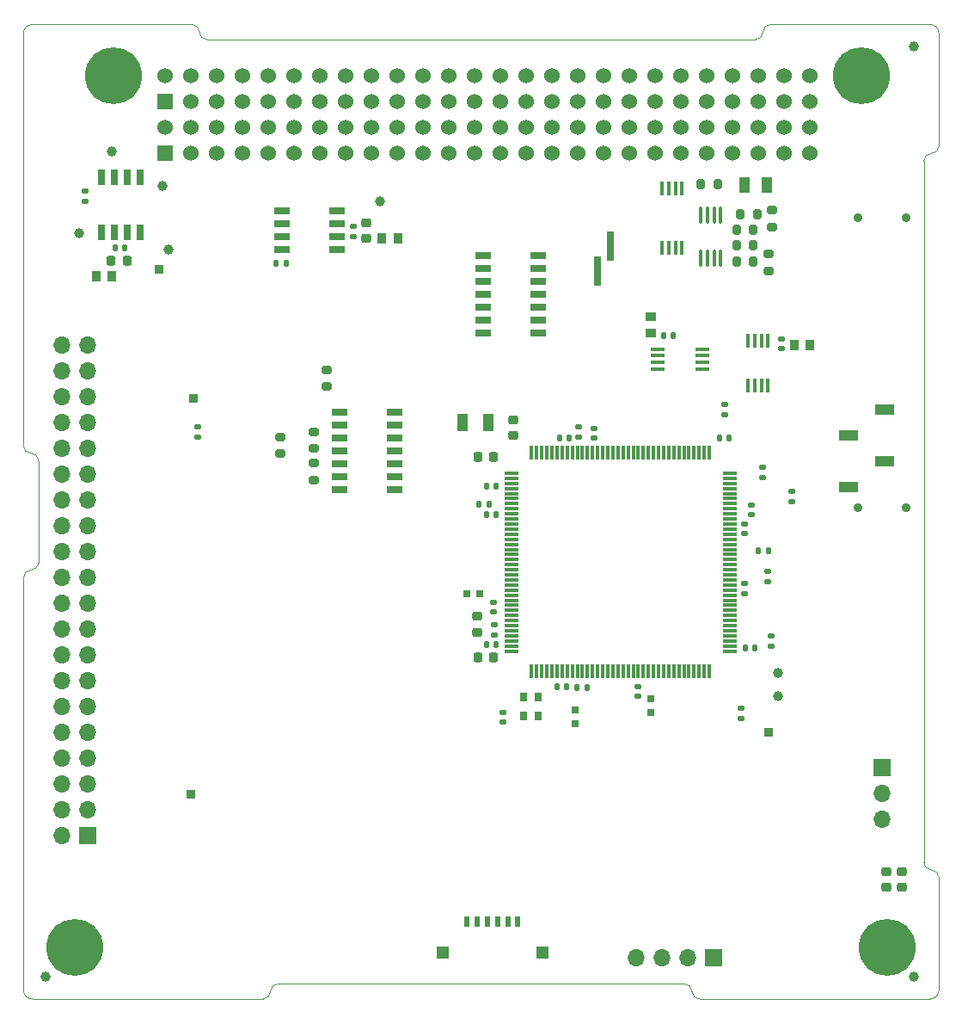
<source format=gbs>
%TF.GenerationSoftware,KiCad,Pcbnew,8.0.3*%
%TF.CreationDate,2024-07-05T11:37:29+03:00*%
%TF.ProjectId,obc-adcs-board,6f62632d-6164-4637-932d-626f6172642e,rev?*%
%TF.SameCoordinates,PX3e2df80PY83e4a60*%
%TF.FileFunction,Soldermask,Bot*%
%TF.FilePolarity,Negative*%
%FSLAX46Y46*%
G04 Gerber Fmt 4.6, Leading zero omitted, Abs format (unit mm)*
G04 Created by KiCad (PCBNEW 8.0.3) date 2024-07-05 11:37:29*
%MOMM*%
%LPD*%
G01*
G04 APERTURE LIST*
G04 Aperture macros list*
%AMRoundRect*
0 Rectangle with rounded corners*
0 $1 Rounding radius*
0 $2 $3 $4 $5 $6 $7 $8 $9 X,Y pos of 4 corners*
0 Add a 4 corners polygon primitive as box body*
4,1,4,$2,$3,$4,$5,$6,$7,$8,$9,$2,$3,0*
0 Add four circle primitives for the rounded corners*
1,1,$1+$1,$2,$3*
1,1,$1+$1,$4,$5*
1,1,$1+$1,$6,$7*
1,1,$1+$1,$8,$9*
0 Add four rect primitives between the rounded corners*
20,1,$1+$1,$2,$3,$4,$5,0*
20,1,$1+$1,$4,$5,$6,$7,0*
20,1,$1+$1,$6,$7,$8,$9,0*
20,1,$1+$1,$8,$9,$2,$3,0*%
G04 Aperture macros list end*
%ADD10C,5.600000*%
%ADD11R,1.700000X1.700000*%
%ADD12O,1.700000X1.700000*%
%ADD13R,0.850000X0.850000*%
%ADD14C,0.900000*%
%ADD15R,1.530000X1.530000*%
%ADD16C,1.530000*%
%ADD17R,0.450000X1.475000*%
%ADD18RoundRect,0.135000X-0.185000X0.135000X-0.185000X-0.135000X0.185000X-0.135000X0.185000X0.135000X0*%
%ADD19C,1.000000*%
%ADD20R,1.475000X0.300000*%
%ADD21R,0.300000X1.475000*%
%ADD22RoundRect,0.200000X-0.200000X-0.275000X0.200000X-0.275000X0.200000X0.275000X-0.200000X0.275000X0*%
%ADD23RoundRect,0.140000X0.170000X-0.140000X0.170000X0.140000X-0.170000X0.140000X-0.170000X-0.140000X0*%
%ADD24RoundRect,0.135000X0.185000X-0.135000X0.185000X0.135000X-0.185000X0.135000X-0.185000X-0.135000X0*%
%ADD25R,0.550000X1.000000*%
%ADD26R,1.260000X1.300000*%
%ADD27RoundRect,0.225000X0.225000X0.250000X-0.225000X0.250000X-0.225000X-0.250000X0.225000X-0.250000X0*%
%ADD28R,1.525000X0.650000*%
%ADD29RoundRect,0.200000X0.200000X0.275000X-0.200000X0.275000X-0.200000X-0.275000X0.200000X-0.275000X0*%
%ADD30RoundRect,0.140000X-0.170000X0.140000X-0.170000X-0.140000X0.170000X-0.140000X0.170000X0.140000X0*%
%ADD31R,0.650000X1.528000*%
%ADD32R,1.400000X0.450000*%
%ADD33RoundRect,0.100000X-0.100000X0.712500X-0.100000X-0.712500X0.100000X-0.712500X0.100000X0.712500X0*%
%ADD34RoundRect,0.225000X0.250000X-0.225000X0.250000X0.225000X-0.250000X0.225000X-0.250000X-0.225000X0*%
%ADD35RoundRect,0.140000X-0.140000X-0.170000X0.140000X-0.170000X0.140000X0.170000X-0.140000X0.170000X0*%
%ADD36RoundRect,0.225000X-0.250000X0.225000X-0.250000X-0.225000X0.250000X-0.225000X0.250000X0.225000X0*%
%ADD37RoundRect,0.200000X0.275000X-0.200000X0.275000X0.200000X-0.275000X0.200000X-0.275000X-0.200000X0*%
%ADD38R,1.000000X1.800000*%
%ADD39RoundRect,0.140000X0.140000X0.170000X-0.140000X0.170000X-0.140000X-0.170000X0.140000X-0.170000X0*%
%ADD40R,1.905000X1.020000*%
%ADD41R,0.940000X1.010000*%
%ADD42R,0.940000X1.020000*%
%ADD43R,0.450000X1.400000*%
%ADD44R,0.740000X2.870000*%
%ADD45R,1.010000X0.940000*%
%ADD46RoundRect,0.225000X-0.225000X-0.250000X0.225000X-0.250000X0.225000X0.250000X-0.225000X0.250000X0*%
%ADD47R,0.700000X0.650000*%
%ADD48R,0.650000X0.700000*%
%ADD49R,1.000000X1.500000*%
%ADD50RoundRect,0.135000X-0.135000X-0.185000X0.135000X-0.185000X0.135000X0.185000X-0.135000X0.185000X0*%
%ADD51RoundRect,0.200000X-0.275000X0.200000X-0.275000X-0.200000X0.275000X-0.200000X0.275000X0.200000X0*%
%ADD52RoundRect,0.135000X0.135000X0.185000X-0.135000X0.185000X-0.135000X-0.185000X0.135000X-0.185000X0*%
%ADD53R,1.528000X0.650000*%
%ADD54R,0.800000X0.900000*%
%TA.AperFunction,Profile*%
%ADD55C,0.100000*%
%TD*%
G04 APERTURE END LIST*
D10*
%TO.C,H4*%
X82630000Y90930000D03*
%TD*%
D11*
%TO.C,J7*%
X68100000Y4175000D03*
D12*
X65560000Y4175000D03*
X63020000Y4175000D03*
X60480000Y4175000D03*
%TD*%
D10*
%TO.C,H1*%
X5180000Y5190000D03*
%TD*%
D11*
%TO.C,J4*%
X84625000Y22875000D03*
D12*
X84625000Y20335000D03*
X84625000Y17795000D03*
%TD*%
D10*
%TO.C,H3*%
X85170000Y5210000D03*
%TD*%
D13*
%TO.C,J27*%
X16600000Y20225000D03*
%TD*%
D10*
%TO.C,H2*%
X8990000Y90930000D03*
%TD*%
D14*
%TO.C,J17*%
X82275000Y48475000D03*
X87025000Y48475000D03*
X82275000Y76975000D03*
X87025000Y76975000D03*
%TD*%
D13*
%TO.C,J29*%
X16875000Y59250000D03*
%TD*%
D11*
%TO.C,J6*%
X6450000Y16175000D03*
D12*
X3910000Y16175000D03*
X6450000Y18715000D03*
X3910000Y18715000D03*
X6450000Y21255000D03*
X3910000Y21255000D03*
X6450000Y23795000D03*
X3910000Y23795000D03*
X6450000Y26335000D03*
X3910000Y26335000D03*
X6450000Y28875000D03*
X3910000Y28875000D03*
X6450000Y31415000D03*
X3910000Y31415000D03*
X6450000Y33955000D03*
X3910000Y33955000D03*
X6450000Y36495000D03*
X3910000Y36495000D03*
X6450000Y39035000D03*
X3910000Y39035000D03*
X6450000Y41575000D03*
X3910000Y41575000D03*
X6450000Y44115000D03*
X3910000Y44115000D03*
X6450000Y46655000D03*
X3910000Y46655000D03*
X6450000Y49195000D03*
X3910000Y49195000D03*
X6450000Y51735000D03*
X3910000Y51735000D03*
X6450000Y54275000D03*
X3910000Y54275000D03*
X6450000Y56815000D03*
X3910000Y56815000D03*
X6450000Y59355000D03*
X3910000Y59355000D03*
X6450000Y61895000D03*
X3910000Y61895000D03*
X6450000Y64435000D03*
X3910000Y64435000D03*
%TD*%
D15*
%TO.C,J1*%
X14048000Y83309000D03*
D16*
X14048000Y85849000D03*
X16588000Y83309000D03*
X16588000Y85849000D03*
X19128000Y83309000D03*
X19128000Y85849000D03*
X21668000Y83309000D03*
X21668000Y85849000D03*
X24208000Y83309000D03*
X24208000Y85849000D03*
X26748000Y83309000D03*
X26748000Y85849000D03*
X29288000Y83309000D03*
X29288000Y85849000D03*
X31828000Y83309000D03*
X31828000Y85849000D03*
X34368000Y83309000D03*
X34368000Y85849000D03*
X36908000Y83309000D03*
X36908000Y85849000D03*
X39448000Y83309000D03*
X39448000Y85849000D03*
X41988000Y83309000D03*
X41988000Y85849000D03*
X44528000Y83309000D03*
X44528000Y85849000D03*
X47068000Y83309000D03*
X47068000Y85849000D03*
X49608000Y83309000D03*
X49608000Y85849000D03*
X52148000Y83309000D03*
X52148000Y85849000D03*
X54688000Y83309000D03*
X54688000Y85849000D03*
X57228000Y83309000D03*
X57228000Y85849000D03*
X59768000Y83309000D03*
X59768000Y85849000D03*
X62308000Y83309000D03*
X62308000Y85849000D03*
X64848000Y83309000D03*
X64848000Y85849000D03*
X67388000Y83309000D03*
X67388000Y85849000D03*
X69928000Y83309000D03*
X69928000Y85849000D03*
X72468000Y83309000D03*
X72468000Y85849000D03*
X75008000Y83309000D03*
X75008000Y85849000D03*
X77548000Y83309000D03*
X77548000Y85849000D03*
%TD*%
D13*
%TO.C,J28*%
X13450000Y71900000D03*
%TD*%
D15*
%TO.C,J5*%
X14048000Y88389000D03*
D16*
X14048000Y90929000D03*
X16588000Y88389000D03*
X16588000Y90929000D03*
X19128000Y88389000D03*
X19128000Y90929000D03*
X21668000Y88389000D03*
X21668000Y90929000D03*
X24208000Y88389000D03*
X24208000Y90929000D03*
X26748000Y88389000D03*
X26748000Y90929000D03*
X29288000Y88389000D03*
X29288000Y90929000D03*
X31828000Y88389000D03*
X31828000Y90929000D03*
X34368000Y88389000D03*
X34368000Y90929000D03*
X36908000Y88389000D03*
X36908000Y90929000D03*
X39448000Y88389000D03*
X39448000Y90929000D03*
X41988000Y88389000D03*
X41988000Y90929000D03*
X44528000Y88389000D03*
X44528000Y90929000D03*
X47068000Y88389000D03*
X47068000Y90929000D03*
X49608000Y88389000D03*
X49608000Y90929000D03*
X52148000Y88389000D03*
X52148000Y90929000D03*
X54688000Y88389000D03*
X54688000Y90929000D03*
X57228000Y88389000D03*
X57228000Y90929000D03*
X59768000Y88389000D03*
X59768000Y90929000D03*
X62308000Y88389000D03*
X62308000Y90929000D03*
X64848000Y88389000D03*
X64848000Y90929000D03*
X67388000Y88389000D03*
X67388000Y90929000D03*
X69928000Y88389000D03*
X69928000Y90929000D03*
X72468000Y88389000D03*
X72468000Y90929000D03*
X75008000Y88389000D03*
X75008000Y90929000D03*
X77548000Y88389000D03*
X77548000Y90929000D03*
%TD*%
D17*
%TO.C,Q2*%
X63025000Y79888000D03*
X63675000Y79888000D03*
X64325000Y79888000D03*
X64975000Y79888000D03*
X64975000Y74012000D03*
X64325000Y74012000D03*
X63675000Y74012000D03*
X63025000Y74012000D03*
%TD*%
D18*
%TO.C,R9*%
X70800000Y28770000D03*
X70800000Y27750000D03*
%TD*%
D19*
%TO.C,TP53*%
X5620000Y75500000D03*
%TD*%
D20*
%TO.C,U14*%
X48162000Y34350000D03*
X48162000Y34850000D03*
X48162000Y35350000D03*
X48162000Y35850000D03*
X48162000Y36350000D03*
X48162000Y36850000D03*
X48162000Y37350000D03*
X48162000Y37850000D03*
X48162000Y38350000D03*
X48162000Y38850000D03*
X48162000Y39350000D03*
X48162000Y39850000D03*
X48162000Y40350000D03*
X48162000Y40850000D03*
X48162000Y41350000D03*
X48162000Y41850000D03*
X48162000Y42350000D03*
X48162000Y42850000D03*
X48162000Y43350000D03*
X48162000Y43850000D03*
X48162000Y44350000D03*
X48162000Y44850000D03*
X48162000Y45350000D03*
X48162000Y45850000D03*
X48162000Y46350000D03*
X48162000Y46850000D03*
X48162000Y47350000D03*
X48162000Y47850000D03*
X48162000Y48350000D03*
X48162000Y48850000D03*
X48162000Y49350000D03*
X48162000Y49850000D03*
X48162000Y50350000D03*
X48162000Y50850000D03*
X48162000Y51350000D03*
X48162000Y51850000D03*
D21*
X50150000Y53838000D03*
X50650000Y53838000D03*
X51150000Y53838000D03*
X51650000Y53838000D03*
X52150000Y53838000D03*
X52650000Y53838000D03*
X53150000Y53838000D03*
X53650000Y53838000D03*
X54150000Y53838000D03*
X54650000Y53838000D03*
X55150000Y53838000D03*
X55650000Y53838000D03*
X56150000Y53838000D03*
X56650000Y53838000D03*
X57150000Y53838000D03*
X57650000Y53838000D03*
X58150000Y53838000D03*
X58650000Y53838000D03*
X59150000Y53838000D03*
X59650000Y53838000D03*
X60150000Y53838000D03*
X60650000Y53838000D03*
X61150000Y53838000D03*
X61650000Y53838000D03*
X62150000Y53838000D03*
X62650000Y53838000D03*
X63150000Y53838000D03*
X63650000Y53838000D03*
X64150000Y53838000D03*
X64650000Y53838000D03*
X65150000Y53838000D03*
X65650000Y53838000D03*
X66150000Y53838000D03*
X66650000Y53838000D03*
X67150000Y53838000D03*
X67650000Y53838000D03*
D20*
X69638000Y51850000D03*
X69638000Y51350000D03*
X69638000Y50850000D03*
X69638000Y50350000D03*
X69638000Y49850000D03*
X69638000Y49350000D03*
X69638000Y48850000D03*
X69638000Y48350000D03*
X69638000Y47850000D03*
X69638000Y47350000D03*
X69638000Y46850000D03*
X69638000Y46350000D03*
X69638000Y45850000D03*
X69638000Y45350000D03*
X69638000Y44850000D03*
X69638000Y44350000D03*
X69638000Y43850000D03*
X69638000Y43350000D03*
X69638000Y42850000D03*
X69638000Y42350000D03*
X69638000Y41850000D03*
X69638000Y41350000D03*
X69638000Y40850000D03*
X69638000Y40350000D03*
X69638000Y39850000D03*
X69638000Y39350000D03*
X69638000Y38850000D03*
X69638000Y38350000D03*
X69638000Y37850000D03*
X69638000Y37350000D03*
X69638000Y36850000D03*
X69638000Y36350000D03*
X69638000Y35850000D03*
X69638000Y35350000D03*
X69638000Y34850000D03*
X69638000Y34350000D03*
D21*
X67650000Y32362000D03*
X67150000Y32362000D03*
X66650000Y32362000D03*
X66150000Y32362000D03*
X65650000Y32362000D03*
X65150000Y32362000D03*
X64650000Y32362000D03*
X64150000Y32362000D03*
X63650000Y32362000D03*
X63150000Y32362000D03*
X62650000Y32362000D03*
X62150000Y32362000D03*
X61650000Y32362000D03*
X61150000Y32362000D03*
X60650000Y32362000D03*
X60150000Y32362000D03*
X59650000Y32362000D03*
X59150000Y32362000D03*
X58650000Y32362000D03*
X58150000Y32362000D03*
X57650000Y32362000D03*
X57150000Y32362000D03*
X56650000Y32362000D03*
X56150000Y32362000D03*
X55650000Y32362000D03*
X55150000Y32362000D03*
X54650000Y32362000D03*
X54150000Y32362000D03*
X53650000Y32362000D03*
X53150000Y32362000D03*
X52650000Y32362000D03*
X52150000Y32362000D03*
X51650000Y32362000D03*
X51150000Y32362000D03*
X50650000Y32362000D03*
X50150000Y32362000D03*
%TD*%
D22*
%TO.C,R32*%
X70325000Y75800000D03*
X71975000Y75800000D03*
%TD*%
D23*
%TO.C,C35*%
X56300000Y55320000D03*
X56300000Y56280000D03*
%TD*%
D13*
%TO.C,J30*%
X73525000Y26350000D03*
%TD*%
D24*
%TO.C,R23*%
X75800000Y49015000D03*
X75800000Y50035000D03*
%TD*%
D25*
%TO.C,J20*%
X48800000Y7715000D03*
X47800000Y7715000D03*
X46800000Y7715000D03*
X45800000Y7715000D03*
X44800000Y7715000D03*
X43800000Y7715000D03*
D26*
X51175000Y4725000D03*
X41425000Y4725000D03*
%TD*%
D27*
%TO.C,C21*%
X46425000Y53438000D03*
X44875000Y53438000D03*
%TD*%
D28*
%TO.C,IC8*%
X36637000Y57885000D03*
X36637000Y56615000D03*
X36637000Y55345000D03*
X36637000Y54075000D03*
X36637000Y52805000D03*
X36637000Y51535000D03*
X36637000Y50265000D03*
X31213000Y50265000D03*
X31213000Y51535000D03*
X31213000Y52805000D03*
X31213000Y54075000D03*
X31213000Y55345000D03*
X31213000Y56615000D03*
X31213000Y57885000D03*
%TD*%
D29*
%TO.C,R30*%
X72375000Y77350000D03*
X70725000Y77350000D03*
%TD*%
D24*
%TO.C,R123*%
X6200000Y78590000D03*
X6200000Y79610000D03*
%TD*%
D28*
%TO.C,IC9*%
X50812000Y73235000D03*
X50812000Y71965000D03*
X50812000Y70695000D03*
X50812000Y69425000D03*
X50812000Y68155000D03*
X50812000Y66885000D03*
X50812000Y65615000D03*
X45388000Y65615000D03*
X45388000Y66885000D03*
X45388000Y68155000D03*
X45388000Y69425000D03*
X45388000Y70695000D03*
X45388000Y71965000D03*
X45388000Y73235000D03*
%TD*%
D30*
%TO.C,C19*%
X74750000Y65080000D03*
X74750000Y64120000D03*
%TD*%
D29*
%TO.C,R31*%
X71975000Y72700000D03*
X70325000Y72700000D03*
%TD*%
D27*
%TO.C,C38*%
X46375000Y33750000D03*
X44825000Y33750000D03*
%TD*%
D18*
%TO.C,R10*%
X73710000Y35850000D03*
X73710000Y34830000D03*
%TD*%
D31*
%TO.C,U11*%
X11605000Y75549000D03*
X10335000Y75549000D03*
X9065000Y75549000D03*
X7795000Y75549000D03*
X7795000Y80971000D03*
X9065000Y80971000D03*
X10335000Y80971000D03*
X11605000Y80971000D03*
%TD*%
D32*
%TO.C,U13*%
X67000000Y64075000D03*
X67000000Y63425000D03*
X67000000Y62775000D03*
X67000000Y62125000D03*
X62600000Y62125000D03*
X62600000Y62775000D03*
X62600000Y63425000D03*
X62600000Y64075000D03*
%TD*%
D33*
%TO.C,U15*%
X66825000Y77212500D03*
X67475000Y77212500D03*
X68125000Y77212500D03*
X68775000Y77212500D03*
X68775000Y72987500D03*
X68125000Y72987500D03*
X67475000Y72987500D03*
X66825000Y72987500D03*
%TD*%
D30*
%TO.C,C33*%
X60625000Y30880000D03*
X60625000Y29920000D03*
%TD*%
D34*
%TO.C,C24*%
X48300000Y55575000D03*
X48300000Y57125000D03*
%TD*%
D23*
%TO.C,C40*%
X71150000Y40020000D03*
X71150000Y40980000D03*
%TD*%
D35*
%TO.C,C20*%
X63120000Y65400000D03*
X64080000Y65400000D03*
%TD*%
D30*
%TO.C,C26*%
X46400000Y39180000D03*
X46400000Y38220000D03*
%TD*%
D19*
%TO.C,TP52*%
X35200000Y78600000D03*
%TD*%
D36*
%TO.C,C30*%
X44750000Y37775000D03*
X44750000Y36225000D03*
%TD*%
D37*
%TO.C,R8*%
X30000000Y60375000D03*
X30000000Y62025000D03*
%TD*%
D35*
%TO.C,C18*%
X9150000Y74020000D03*
X10110000Y74020000D03*
%TD*%
D24*
%TO.C,R20*%
X73400000Y41140000D03*
X73400000Y42160000D03*
%TD*%
D34*
%TO.C,C101*%
X86600000Y11125000D03*
X86600000Y12675000D03*
%TD*%
D19*
%TO.C,FID2*%
X2300000Y2300000D03*
%TD*%
D35*
%TO.C,C41*%
X71170000Y34650000D03*
X72130000Y34650000D03*
%TD*%
D38*
%TO.C,Y1*%
X43350000Y56800000D03*
X45850000Y56800000D03*
%TD*%
D34*
%TO.C,C92*%
X33900000Y74925000D03*
X33900000Y76475000D03*
%TD*%
D19*
%TO.C,TP30*%
X74400000Y32200000D03*
%TD*%
D30*
%TO.C,C91*%
X47350000Y28330000D03*
X47350000Y27370000D03*
%TD*%
D39*
%TO.C,C28*%
X45940000Y48810000D03*
X44980000Y48810000D03*
%TD*%
D40*
%TO.C,J18*%
X84878000Y58110000D03*
X81322000Y55570000D03*
X84878000Y53030000D03*
X81322000Y50490000D03*
%TD*%
D41*
%TO.C,F8*%
X77590000Y64450000D03*
X76010000Y64450000D03*
%TD*%
D42*
%TO.C,F7*%
X7260000Y71200000D03*
X8840000Y71200000D03*
%TD*%
D35*
%TO.C,C23*%
X52670000Y30825000D03*
X53630000Y30825000D03*
%TD*%
D43*
%TO.C,U12*%
X73425000Y60450000D03*
X72775000Y60450000D03*
X72125000Y60450000D03*
X71475000Y60450000D03*
X71475000Y64850000D03*
X72125000Y64850000D03*
X72775000Y64850000D03*
X73425000Y64850000D03*
%TD*%
D37*
%TO.C,R16*%
X28700000Y54275000D03*
X28700000Y55925000D03*
%TD*%
D44*
%TO.C,J24*%
X57895000Y74205000D03*
X56625000Y71745000D03*
%TD*%
D35*
%TO.C,C31*%
X52870000Y55350000D03*
X53830000Y55350000D03*
%TD*%
D24*
%TO.C,R24*%
X72850000Y51440000D03*
X72850000Y52460000D03*
%TD*%
D34*
%TO.C,C99*%
X85100000Y11125000D03*
X85100000Y12675000D03*
%TD*%
D45*
%TO.C,F9*%
X61850000Y67240000D03*
X61850000Y65660000D03*
%TD*%
D37*
%TO.C,R29*%
X73450000Y71775000D03*
X73450000Y73425000D03*
%TD*%
D19*
%TO.C,TP13*%
X74400000Y29900000D03*
%TD*%
D30*
%TO.C,C37*%
X71150000Y46880000D03*
X71150000Y45920000D03*
%TD*%
D46*
%TO.C,C94*%
X8755000Y72770000D03*
X10305000Y72770000D03*
%TD*%
D47*
%TO.C,FL3*%
X61900000Y28325000D03*
X61900000Y29675000D03*
%TD*%
D48*
%TO.C,FL1*%
X43725000Y40000000D03*
X45075000Y40000000D03*
%TD*%
D42*
%TO.C,F6*%
X36990000Y75000000D03*
X35410000Y75000000D03*
%TD*%
D39*
%TO.C,C22*%
X55580000Y30800000D03*
X54620000Y30800000D03*
%TD*%
D49*
%TO.C,F10*%
X73300000Y80250000D03*
X71100000Y80250000D03*
%TD*%
D19*
%TO.C,TP54*%
X14400000Y73900000D03*
%TD*%
D50*
%TO.C,R122*%
X24990000Y72500000D03*
X26010000Y72500000D03*
%TD*%
D18*
%TO.C,R14*%
X54800000Y56410000D03*
X54800000Y55390000D03*
%TD*%
D24*
%TO.C,R15*%
X69150000Y57590000D03*
X69150000Y58610000D03*
%TD*%
D22*
%TO.C,R33*%
X70325000Y74250000D03*
X71975000Y74250000D03*
%TD*%
D51*
%TO.C,R28*%
X73800000Y77725000D03*
X73800000Y76075000D03*
%TD*%
D39*
%TO.C,C32*%
X46680000Y50550000D03*
X45720000Y50550000D03*
%TD*%
D52*
%TO.C,R26*%
X73460000Y44200000D03*
X72440000Y44200000D03*
%TD*%
D30*
%TO.C,C39*%
X46450000Y36910000D03*
X46450000Y35950000D03*
%TD*%
D19*
%TO.C,FID3*%
X87800000Y93800000D03*
%TD*%
D39*
%TO.C,C42*%
X46680000Y35000000D03*
X45720000Y35000000D03*
%TD*%
D18*
%TO.C,R11*%
X17300000Y56385000D03*
X17300000Y55365000D03*
%TD*%
D37*
%TO.C,R17*%
X25400000Y53775000D03*
X25400000Y55425000D03*
%TD*%
D53*
%TO.C,U10*%
X31011000Y77705000D03*
X31011000Y76435000D03*
X31011000Y75165000D03*
X31011000Y73895000D03*
X25589000Y73895000D03*
X25589000Y75165000D03*
X25589000Y76435000D03*
X25589000Y77705000D03*
%TD*%
D54*
%TO.C,Y2*%
X49325000Y27975000D03*
X49325000Y29825000D03*
X50775000Y29825000D03*
X50775000Y27975000D03*
%TD*%
D35*
%TO.C,C34*%
X68620000Y55350000D03*
X69580000Y55350000D03*
%TD*%
D23*
%TO.C,C36*%
X71750000Y47795000D03*
X71750000Y48755000D03*
%TD*%
D22*
%TO.C,R34*%
X66825000Y80300000D03*
X68475000Y80300000D03*
%TD*%
D39*
%TO.C,C29*%
X46680000Y47800000D03*
X45720000Y47800000D03*
%TD*%
D47*
%TO.C,FL2*%
X54450000Y27225000D03*
X54450000Y28575000D03*
%TD*%
D19*
%TO.C,TP56*%
X8830000Y83540000D03*
%TD*%
%TO.C,TP55*%
X13790000Y80130000D03*
%TD*%
D37*
%TO.C,R7*%
X28700000Y51175000D03*
X28700000Y52825000D03*
%TD*%
D19*
%TO.C,FID1*%
X87800000Y2300000D03*
%TD*%
D23*
%TO.C,C17*%
X32600000Y75170000D03*
X32600000Y76130000D03*
%TD*%
D55*
X1600000Y43065000D02*
X1600000Y53065000D01*
X66685000Y120000D02*
X89370000Y120000D01*
X100000Y41565000D02*
G75*
G02*
X850000Y42315000I750000J0D01*
G01*
X65185000Y1620000D02*
G75*
G02*
X65935000Y870000I0J-750000D01*
G01*
X72935000Y95260000D02*
G75*
G02*
X72185000Y94510000I-750000J0D01*
G01*
X90270000Y12065000D02*
X90270000Y1020000D01*
X1600000Y43065000D02*
G75*
G02*
X850000Y42315000I-750000J0D01*
G01*
X24435000Y870000D02*
G75*
G02*
X25185000Y1620000I750000J0D01*
G01*
X18185000Y94510000D02*
X72185000Y94510000D01*
X100000Y41565000D02*
X100000Y1010000D01*
X72935000Y95260000D02*
G75*
G02*
X73685000Y96010000I750000J0D01*
G01*
X100000Y95110000D02*
G75*
G02*
X1000000Y96010000I900000J0D01*
G01*
X1000000Y110000D02*
G75*
G02*
X100000Y1010000I0J900000D01*
G01*
X88770000Y13565000D02*
X88770000Y82565000D01*
X89520000Y12815000D02*
G75*
G02*
X90270000Y12065000I0J-750000D01*
G01*
X88770000Y82565000D02*
G75*
G02*
X89520000Y83315000I750000J0D01*
G01*
X89520000Y12815000D02*
G75*
G02*
X88770000Y13565000I0J750000D01*
G01*
X25185000Y1620000D02*
X65185000Y1620000D01*
X73685000Y96010000D02*
X89370000Y96010000D01*
X90270000Y84065000D02*
G75*
G02*
X89520000Y83315000I-750000J0D01*
G01*
X90270000Y1020000D02*
G75*
G02*
X89370000Y120000I-900000J0D01*
G01*
X850000Y53815000D02*
G75*
G02*
X1600000Y53065000I0J-750000D01*
G01*
X24435000Y870000D02*
G75*
G02*
X23685000Y120000I-750000J0D01*
G01*
X89370000Y96010000D02*
G75*
G02*
X90270000Y95110000I0J-900000D01*
G01*
X18185000Y94510000D02*
G75*
G02*
X17435000Y95260000I0J750000D01*
G01*
X850000Y53815000D02*
G75*
G02*
X100000Y54565000I0J750000D01*
G01*
X1000000Y96010000D02*
X16685000Y96010000D01*
X90270000Y95110000D02*
X90270000Y84065000D01*
X100000Y95110000D02*
X100000Y54565000D01*
X16685000Y96010000D02*
G75*
G02*
X17435000Y95260000I0J-750000D01*
G01*
X23685000Y120000D02*
X1000000Y110000D01*
X66685000Y120000D02*
G75*
G02*
X65935000Y870000I0J750000D01*
G01*
M02*

</source>
